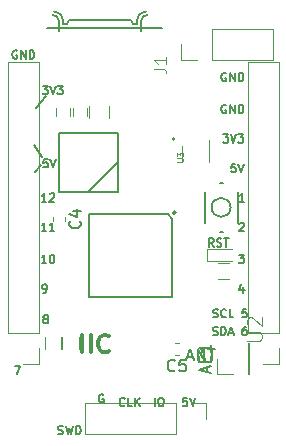
<source format=gbr>
G04 #@! TF.GenerationSoftware,KiCad,Pcbnew,5.1.2-f72e74a~84~ubuntu18.04.1*
G04 #@! TF.CreationDate,2019-05-09T21:41:37-06:00*
G04 #@! TF.ProjectId,rfboard,7266626f-6172-4642-9e6b-696361645f70,rev?*
G04 #@! TF.SameCoordinates,Original*
G04 #@! TF.FileFunction,Legend,Top*
G04 #@! TF.FilePolarity,Positive*
%FSLAX46Y46*%
G04 Gerber Fmt 4.6, Leading zero omitted, Abs format (unit mm)*
G04 Created by KiCad (PCBNEW 5.1.2-f72e74a~84~ubuntu18.04.1) date 2019-05-09 21:41:37*
%MOMM*%
%LPD*%
G04 APERTURE LIST*
%ADD10C,0.300000*%
%ADD11C,0.175000*%
%ADD12C,0.150000*%
%ADD13C,0.200000*%
%ADD14C,0.127000*%
%ADD15C,0.203200*%
%ADD16C,0.120000*%
%ADD17C,0.100000*%
%ADD18C,0.050000*%
%ADD19C,0.101600*%
G04 APERTURE END LIST*
D10*
X112492857Y-155278571D02*
X112492857Y-153778571D01*
X113207142Y-155278571D02*
X113207142Y-153778571D01*
X114778571Y-155135714D02*
X114707142Y-155207142D01*
X114492857Y-155278571D01*
X114350000Y-155278571D01*
X114135714Y-155207142D01*
X113992857Y-155064285D01*
X113921428Y-154921428D01*
X113850000Y-154635714D01*
X113850000Y-154421428D01*
X113921428Y-154135714D01*
X113992857Y-153992857D01*
X114135714Y-153850000D01*
X114350000Y-153778571D01*
X114492857Y-153778571D01*
X114707142Y-153850000D01*
X114778571Y-153921428D01*
D11*
X114283333Y-158850000D02*
X114216666Y-158816666D01*
X114116666Y-158816666D01*
X114016666Y-158850000D01*
X113950000Y-158916666D01*
X113916666Y-158983333D01*
X113883333Y-159116666D01*
X113883333Y-159216666D01*
X113916666Y-159350000D01*
X113950000Y-159416666D01*
X114016666Y-159483333D01*
X114116666Y-159516666D01*
X114183333Y-159516666D01*
X114283333Y-159483333D01*
X114316666Y-159450000D01*
X114316666Y-159216666D01*
X114183333Y-159216666D01*
D12*
X116083333Y-159750000D02*
X116050000Y-159783333D01*
X115950000Y-159816666D01*
X115883333Y-159816666D01*
X115783333Y-159783333D01*
X115716666Y-159716666D01*
X115683333Y-159650000D01*
X115650000Y-159516666D01*
X115650000Y-159416666D01*
X115683333Y-159283333D01*
X115716666Y-159216666D01*
X115783333Y-159150000D01*
X115883333Y-159116666D01*
X115950000Y-159116666D01*
X116050000Y-159150000D01*
X116083333Y-159183333D01*
X116716666Y-159816666D02*
X116383333Y-159816666D01*
X116383333Y-159116666D01*
X116950000Y-159816666D02*
X116950000Y-159116666D01*
X117350000Y-159816666D02*
X117050000Y-159416666D01*
X117350000Y-159116666D02*
X116950000Y-159516666D01*
X123616666Y-146316666D02*
X123383333Y-145983333D01*
X123216666Y-146316666D02*
X123216666Y-145616666D01*
X123483333Y-145616666D01*
X123550000Y-145650000D01*
X123583333Y-145683333D01*
X123616666Y-145750000D01*
X123616666Y-145850000D01*
X123583333Y-145916666D01*
X123550000Y-145950000D01*
X123483333Y-145983333D01*
X123216666Y-145983333D01*
X123883333Y-146283333D02*
X123983333Y-146316666D01*
X124150000Y-146316666D01*
X124216666Y-146283333D01*
X124250000Y-146250000D01*
X124283333Y-146183333D01*
X124283333Y-146116666D01*
X124250000Y-146050000D01*
X124216666Y-146016666D01*
X124150000Y-145983333D01*
X124016666Y-145950000D01*
X123950000Y-145916666D01*
X123916666Y-145883333D01*
X123883333Y-145816666D01*
X123883333Y-145750000D01*
X123916666Y-145683333D01*
X123950000Y-145650000D01*
X124016666Y-145616666D01*
X124183333Y-145616666D01*
X124283333Y-145650000D01*
X124483333Y-145616666D02*
X124883333Y-145616666D01*
X124683333Y-146316666D02*
X124683333Y-145616666D01*
D11*
X109466666Y-142516666D02*
X109066666Y-142516666D01*
X109266666Y-142516666D02*
X109266666Y-141816666D01*
X109200000Y-141916666D01*
X109133333Y-141983333D01*
X109066666Y-142016666D01*
X109733333Y-141883333D02*
X109766666Y-141850000D01*
X109833333Y-141816666D01*
X110000000Y-141816666D01*
X110066666Y-141850000D01*
X110100000Y-141883333D01*
X110133333Y-141950000D01*
X110133333Y-142016666D01*
X110100000Y-142116666D01*
X109700000Y-142516666D01*
X110133333Y-142516666D01*
X109466666Y-145016666D02*
X109066666Y-145016666D01*
X109266666Y-145016666D02*
X109266666Y-144316666D01*
X109200000Y-144416666D01*
X109133333Y-144483333D01*
X109066666Y-144516666D01*
X110133333Y-145016666D02*
X109733333Y-145016666D01*
X109933333Y-145016666D02*
X109933333Y-144316666D01*
X109866666Y-144416666D01*
X109800000Y-144483333D01*
X109733333Y-144516666D01*
X109466666Y-147716666D02*
X109066666Y-147716666D01*
X109266666Y-147716666D02*
X109266666Y-147016666D01*
X109200000Y-147116666D01*
X109133333Y-147183333D01*
X109066666Y-147216666D01*
X109900000Y-147016666D02*
X109966666Y-147016666D01*
X110033333Y-147050000D01*
X110066666Y-147083333D01*
X110100000Y-147150000D01*
X110133333Y-147283333D01*
X110133333Y-147450000D01*
X110100000Y-147583333D01*
X110066666Y-147650000D01*
X110033333Y-147683333D01*
X109966666Y-147716666D01*
X109900000Y-147716666D01*
X109833333Y-147683333D01*
X109800000Y-147650000D01*
X109766666Y-147583333D01*
X109733333Y-147450000D01*
X109733333Y-147283333D01*
X109766666Y-147150000D01*
X109800000Y-147083333D01*
X109833333Y-147050000D01*
X109900000Y-147016666D01*
X109166666Y-150216666D02*
X109300000Y-150216666D01*
X109366666Y-150183333D01*
X109400000Y-150150000D01*
X109466666Y-150050000D01*
X109500000Y-149916666D01*
X109500000Y-149650000D01*
X109466666Y-149583333D01*
X109433333Y-149550000D01*
X109366666Y-149516666D01*
X109233333Y-149516666D01*
X109166666Y-149550000D01*
X109133333Y-149583333D01*
X109100000Y-149650000D01*
X109100000Y-149816666D01*
X109133333Y-149883333D01*
X109166666Y-149916666D01*
X109233333Y-149950000D01*
X109366666Y-149950000D01*
X109433333Y-149916666D01*
X109466666Y-149883333D01*
X109500000Y-149816666D01*
X109333333Y-152416666D02*
X109266666Y-152383333D01*
X109233333Y-152350000D01*
X109200000Y-152283333D01*
X109200000Y-152250000D01*
X109233333Y-152183333D01*
X109266666Y-152150000D01*
X109333333Y-152116666D01*
X109466666Y-152116666D01*
X109533333Y-152150000D01*
X109566666Y-152183333D01*
X109600000Y-152250000D01*
X109600000Y-152283333D01*
X109566666Y-152350000D01*
X109533333Y-152383333D01*
X109466666Y-152416666D01*
X109333333Y-152416666D01*
X109266666Y-152450000D01*
X109233333Y-152483333D01*
X109200000Y-152550000D01*
X109200000Y-152683333D01*
X109233333Y-152750000D01*
X109266666Y-152783333D01*
X109333333Y-152816666D01*
X109466666Y-152816666D01*
X109533333Y-152783333D01*
X109566666Y-152750000D01*
X109600000Y-152683333D01*
X109600000Y-152550000D01*
X109566666Y-152483333D01*
X109533333Y-152450000D01*
X109466666Y-152416666D01*
X106766666Y-156416666D02*
X107233333Y-156416666D01*
X106933333Y-157116666D01*
D13*
X109000000Y-139400000D02*
X108500000Y-140000000D01*
X108400000Y-137700000D02*
X109100000Y-138700000D01*
X109400000Y-133600000D02*
X108600000Y-134600000D01*
D12*
X124666666Y-134350000D02*
X124600000Y-134316666D01*
X124500000Y-134316666D01*
X124400000Y-134350000D01*
X124333333Y-134416666D01*
X124300000Y-134483333D01*
X124266666Y-134616666D01*
X124266666Y-134716666D01*
X124300000Y-134850000D01*
X124333333Y-134916666D01*
X124400000Y-134983333D01*
X124500000Y-135016666D01*
X124566666Y-135016666D01*
X124666666Y-134983333D01*
X124700000Y-134950000D01*
X124700000Y-134716666D01*
X124566666Y-134716666D01*
X125000000Y-135016666D02*
X125000000Y-134316666D01*
X125400000Y-135016666D01*
X125400000Y-134316666D01*
X125733333Y-135016666D02*
X125733333Y-134316666D01*
X125900000Y-134316666D01*
X126000000Y-134350000D01*
X126066666Y-134416666D01*
X126100000Y-134483333D01*
X126133333Y-134616666D01*
X126133333Y-134716666D01*
X126100000Y-134850000D01*
X126066666Y-134916666D01*
X126000000Y-134983333D01*
X125900000Y-135016666D01*
X125733333Y-135016666D01*
X123550000Y-153783333D02*
X123650000Y-153816666D01*
X123816666Y-153816666D01*
X123883333Y-153783333D01*
X123916666Y-153750000D01*
X123950000Y-153683333D01*
X123950000Y-153616666D01*
X123916666Y-153550000D01*
X123883333Y-153516666D01*
X123816666Y-153483333D01*
X123683333Y-153450000D01*
X123616666Y-153416666D01*
X123583333Y-153383333D01*
X123550000Y-153316666D01*
X123550000Y-153250000D01*
X123583333Y-153183333D01*
X123616666Y-153150000D01*
X123683333Y-153116666D01*
X123850000Y-153116666D01*
X123950000Y-153150000D01*
X124250000Y-153816666D02*
X124250000Y-153116666D01*
X124416666Y-153116666D01*
X124516666Y-153150000D01*
X124583333Y-153216666D01*
X124616666Y-153283333D01*
X124650000Y-153416666D01*
X124650000Y-153516666D01*
X124616666Y-153650000D01*
X124583333Y-153716666D01*
X124516666Y-153783333D01*
X124416666Y-153816666D01*
X124250000Y-153816666D01*
X124916666Y-153616666D02*
X125250000Y-153616666D01*
X124850000Y-153816666D02*
X125083333Y-153116666D01*
X125316666Y-153816666D01*
X126383333Y-153116666D02*
X126250000Y-153116666D01*
X126183333Y-153150000D01*
X126150000Y-153183333D01*
X126083333Y-153283333D01*
X126050000Y-153416666D01*
X126050000Y-153683333D01*
X126083333Y-153750000D01*
X126116666Y-153783333D01*
X126183333Y-153816666D01*
X126316666Y-153816666D01*
X126383333Y-153783333D01*
X126416666Y-153750000D01*
X126450000Y-153683333D01*
X126450000Y-153516666D01*
X126416666Y-153450000D01*
X126383333Y-153416666D01*
X126316666Y-153383333D01*
X126183333Y-153383333D01*
X126116666Y-153416666D01*
X126083333Y-153450000D01*
X126050000Y-153516666D01*
X123566666Y-152283333D02*
X123666666Y-152316666D01*
X123833333Y-152316666D01*
X123900000Y-152283333D01*
X123933333Y-152250000D01*
X123966666Y-152183333D01*
X123966666Y-152116666D01*
X123933333Y-152050000D01*
X123900000Y-152016666D01*
X123833333Y-151983333D01*
X123700000Y-151950000D01*
X123633333Y-151916666D01*
X123600000Y-151883333D01*
X123566666Y-151816666D01*
X123566666Y-151750000D01*
X123600000Y-151683333D01*
X123633333Y-151650000D01*
X123700000Y-151616666D01*
X123866666Y-151616666D01*
X123966666Y-151650000D01*
X124666666Y-152250000D02*
X124633333Y-152283333D01*
X124533333Y-152316666D01*
X124466666Y-152316666D01*
X124366666Y-152283333D01*
X124300000Y-152216666D01*
X124266666Y-152150000D01*
X124233333Y-152016666D01*
X124233333Y-151916666D01*
X124266666Y-151783333D01*
X124300000Y-151716666D01*
X124366666Y-151650000D01*
X124466666Y-151616666D01*
X124533333Y-151616666D01*
X124633333Y-151650000D01*
X124666666Y-151683333D01*
X125300000Y-152316666D02*
X124966666Y-152316666D01*
X124966666Y-151616666D01*
X126400000Y-151616666D02*
X126066666Y-151616666D01*
X126033333Y-151950000D01*
X126066666Y-151916666D01*
X126133333Y-151883333D01*
X126300000Y-151883333D01*
X126366666Y-151916666D01*
X126400000Y-151950000D01*
X126433333Y-152016666D01*
X126433333Y-152183333D01*
X126400000Y-152250000D01*
X126366666Y-152283333D01*
X126300000Y-152316666D01*
X126133333Y-152316666D01*
X126066666Y-152283333D01*
X126033333Y-152250000D01*
X126133333Y-149750000D02*
X126133333Y-150216666D01*
X125966666Y-149483333D02*
X125800000Y-149983333D01*
X126233333Y-149983333D01*
X125766666Y-147016666D02*
X126200000Y-147016666D01*
X125966666Y-147283333D01*
X126066666Y-147283333D01*
X126133333Y-147316666D01*
X126166666Y-147350000D01*
X126200000Y-147416666D01*
X126200000Y-147583333D01*
X126166666Y-147650000D01*
X126133333Y-147683333D01*
X126066666Y-147716666D01*
X125866666Y-147716666D01*
X125800000Y-147683333D01*
X125766666Y-147650000D01*
X125800000Y-144383333D02*
X125833333Y-144350000D01*
X125900000Y-144316666D01*
X126066666Y-144316666D01*
X126133333Y-144350000D01*
X126166666Y-144383333D01*
X126200000Y-144450000D01*
X126200000Y-144516666D01*
X126166666Y-144616666D01*
X125766666Y-145016666D01*
X126200000Y-145016666D01*
X126200000Y-142516666D02*
X125800000Y-142516666D01*
X126000000Y-142516666D02*
X126000000Y-141816666D01*
X125933333Y-141916666D01*
X125866666Y-141983333D01*
X125800000Y-142016666D01*
D11*
X110450000Y-162183333D02*
X110550000Y-162216666D01*
X110716666Y-162216666D01*
X110783333Y-162183333D01*
X110816666Y-162150000D01*
X110850000Y-162083333D01*
X110850000Y-162016666D01*
X110816666Y-161950000D01*
X110783333Y-161916666D01*
X110716666Y-161883333D01*
X110583333Y-161850000D01*
X110516666Y-161816666D01*
X110483333Y-161783333D01*
X110450000Y-161716666D01*
X110450000Y-161650000D01*
X110483333Y-161583333D01*
X110516666Y-161550000D01*
X110583333Y-161516666D01*
X110750000Y-161516666D01*
X110850000Y-161550000D01*
X111083333Y-161516666D02*
X111250000Y-162216666D01*
X111383333Y-161716666D01*
X111516666Y-162216666D01*
X111683333Y-161516666D01*
X111950000Y-162216666D02*
X111950000Y-161516666D01*
X112116666Y-161516666D01*
X112216666Y-161550000D01*
X112283333Y-161616666D01*
X112316666Y-161683333D01*
X112350000Y-161816666D01*
X112350000Y-161916666D01*
X112316666Y-162050000D01*
X112283333Y-162116666D01*
X112216666Y-162183333D01*
X112116666Y-162216666D01*
X111950000Y-162216666D01*
D12*
X121366666Y-159116666D02*
X121033333Y-159116666D01*
X121000000Y-159450000D01*
X121033333Y-159416666D01*
X121100000Y-159383333D01*
X121266666Y-159383333D01*
X121333333Y-159416666D01*
X121366666Y-159450000D01*
X121400000Y-159516666D01*
X121400000Y-159683333D01*
X121366666Y-159750000D01*
X121333333Y-159783333D01*
X121266666Y-159816666D01*
X121100000Y-159816666D01*
X121033333Y-159783333D01*
X121000000Y-159750000D01*
X121600000Y-159116666D02*
X121833333Y-159816666D01*
X122066666Y-159116666D01*
X118633333Y-159816666D02*
X118633333Y-159116666D01*
X119100000Y-159116666D02*
X119233333Y-159116666D01*
X119300000Y-159150000D01*
X119366666Y-159216666D01*
X119400000Y-159350000D01*
X119400000Y-159583333D01*
X119366666Y-159716666D01*
X119300000Y-159783333D01*
X119233333Y-159816666D01*
X119100000Y-159816666D01*
X119033333Y-159783333D01*
X118966666Y-159716666D01*
X118933333Y-159583333D01*
X118933333Y-159350000D01*
X118966666Y-159216666D01*
X119033333Y-159150000D01*
X119100000Y-159116666D01*
D13*
X121357142Y-155666666D02*
X121833333Y-155666666D01*
X121261904Y-155952380D02*
X121595238Y-154952380D01*
X121928571Y-155952380D01*
X122261904Y-155952380D02*
X122261904Y-154952380D01*
X122833333Y-155952380D01*
X122833333Y-154952380D01*
X123166666Y-154952380D02*
X123738095Y-154952380D01*
X123452380Y-155952380D02*
X123452380Y-154952380D01*
D12*
X109566666Y-138916666D02*
X109233333Y-138916666D01*
X109200000Y-139250000D01*
X109233333Y-139216666D01*
X109300000Y-139183333D01*
X109466666Y-139183333D01*
X109533333Y-139216666D01*
X109566666Y-139250000D01*
X109600000Y-139316666D01*
X109600000Y-139483333D01*
X109566666Y-139550000D01*
X109533333Y-139583333D01*
X109466666Y-139616666D01*
X109300000Y-139616666D01*
X109233333Y-139583333D01*
X109200000Y-139550000D01*
X109800000Y-138916666D02*
X110033333Y-139616666D01*
X110266666Y-138916666D01*
X109133333Y-132716666D02*
X109566666Y-132716666D01*
X109333333Y-132983333D01*
X109433333Y-132983333D01*
X109500000Y-133016666D01*
X109533333Y-133050000D01*
X109566666Y-133116666D01*
X109566666Y-133283333D01*
X109533333Y-133350000D01*
X109500000Y-133383333D01*
X109433333Y-133416666D01*
X109233333Y-133416666D01*
X109166666Y-133383333D01*
X109133333Y-133350000D01*
X109766666Y-132716666D02*
X110000000Y-133416666D01*
X110233333Y-132716666D01*
X110400000Y-132716666D02*
X110833333Y-132716666D01*
X110600000Y-132983333D01*
X110700000Y-132983333D01*
X110766666Y-133016666D01*
X110800000Y-133050000D01*
X110833333Y-133116666D01*
X110833333Y-133283333D01*
X110800000Y-133350000D01*
X110766666Y-133383333D01*
X110700000Y-133416666D01*
X110500000Y-133416666D01*
X110433333Y-133383333D01*
X110400000Y-133350000D01*
X106966666Y-129750000D02*
X106900000Y-129716666D01*
X106800000Y-129716666D01*
X106700000Y-129750000D01*
X106633333Y-129816666D01*
X106600000Y-129883333D01*
X106566666Y-130016666D01*
X106566666Y-130116666D01*
X106600000Y-130250000D01*
X106633333Y-130316666D01*
X106700000Y-130383333D01*
X106800000Y-130416666D01*
X106866666Y-130416666D01*
X106966666Y-130383333D01*
X107000000Y-130350000D01*
X107000000Y-130116666D01*
X106866666Y-130116666D01*
X107300000Y-130416666D02*
X107300000Y-129716666D01*
X107700000Y-130416666D01*
X107700000Y-129716666D01*
X108033333Y-130416666D02*
X108033333Y-129716666D01*
X108200000Y-129716666D01*
X108300000Y-129750000D01*
X108366666Y-129816666D01*
X108400000Y-129883333D01*
X108433333Y-130016666D01*
X108433333Y-130116666D01*
X108400000Y-130250000D01*
X108366666Y-130316666D01*
X108300000Y-130383333D01*
X108200000Y-130416666D01*
X108033333Y-130416666D01*
X125466666Y-139316666D02*
X125133333Y-139316666D01*
X125100000Y-139650000D01*
X125133333Y-139616666D01*
X125200000Y-139583333D01*
X125366666Y-139583333D01*
X125433333Y-139616666D01*
X125466666Y-139650000D01*
X125500000Y-139716666D01*
X125500000Y-139883333D01*
X125466666Y-139950000D01*
X125433333Y-139983333D01*
X125366666Y-140016666D01*
X125200000Y-140016666D01*
X125133333Y-139983333D01*
X125100000Y-139950000D01*
X125700000Y-139316666D02*
X125933333Y-140016666D01*
X126166666Y-139316666D01*
X124433333Y-136816666D02*
X124866666Y-136816666D01*
X124633333Y-137083333D01*
X124733333Y-137083333D01*
X124800000Y-137116666D01*
X124833333Y-137150000D01*
X124866666Y-137216666D01*
X124866666Y-137383333D01*
X124833333Y-137450000D01*
X124800000Y-137483333D01*
X124733333Y-137516666D01*
X124533333Y-137516666D01*
X124466666Y-137483333D01*
X124433333Y-137450000D01*
X125066666Y-136816666D02*
X125300000Y-137516666D01*
X125533333Y-136816666D01*
X125700000Y-136816666D02*
X126133333Y-136816666D01*
X125900000Y-137083333D01*
X126000000Y-137083333D01*
X126066666Y-137116666D01*
X126100000Y-137150000D01*
X126133333Y-137216666D01*
X126133333Y-137383333D01*
X126100000Y-137450000D01*
X126066666Y-137483333D01*
X126000000Y-137516666D01*
X125800000Y-137516666D01*
X125733333Y-137483333D01*
X125700000Y-137450000D01*
X124666666Y-131650000D02*
X124600000Y-131616666D01*
X124500000Y-131616666D01*
X124400000Y-131650000D01*
X124333333Y-131716666D01*
X124300000Y-131783333D01*
X124266666Y-131916666D01*
X124266666Y-132016666D01*
X124300000Y-132150000D01*
X124333333Y-132216666D01*
X124400000Y-132283333D01*
X124500000Y-132316666D01*
X124566666Y-132316666D01*
X124666666Y-132283333D01*
X124700000Y-132250000D01*
X124700000Y-132016666D01*
X124566666Y-132016666D01*
X125000000Y-132316666D02*
X125000000Y-131616666D01*
X125400000Y-132316666D01*
X125400000Y-131616666D01*
X125733333Y-132316666D02*
X125733333Y-131616666D01*
X125900000Y-131616666D01*
X126000000Y-131650000D01*
X126066666Y-131716666D01*
X126100000Y-131783333D01*
X126133333Y-131916666D01*
X126133333Y-132016666D01*
X126100000Y-132150000D01*
X126066666Y-132216666D01*
X126000000Y-132283333D01*
X125900000Y-132316666D01*
X125733333Y-132316666D01*
D14*
X110500640Y-136698300D02*
X110500640Y-141697020D01*
X110500640Y-141697020D02*
X115499360Y-141697020D01*
X115499360Y-141697020D02*
X115499360Y-136698300D01*
X115499360Y-136698300D02*
X110500640Y-136698300D01*
D15*
X115500000Y-139197660D02*
X113000000Y-141697660D01*
D16*
X123100000Y-146500000D02*
X123100000Y-147500000D01*
X123100000Y-147500000D02*
X125200000Y-147500000D01*
X123100000Y-146500000D02*
X125200000Y-146500000D01*
D14*
X117500000Y-128050000D02*
X117500000Y-127200000D01*
X117500000Y-127200000D02*
X117500000Y-127150000D01*
X110500000Y-128050000D02*
X110500000Y-127150000D01*
X119250000Y-127850000D02*
X109500000Y-127850000D01*
X117500000Y-127200000D02*
G75*
G02X118000000Y-126700000I500000J0D01*
G01*
X117900000Y-126400000D02*
G75*
G03X117100000Y-127200000I0J-800000D01*
G01*
X117100000Y-127200000D02*
X117100000Y-127500000D01*
X117100000Y-127500000D02*
X116800000Y-127500000D01*
X116800000Y-127500000D02*
G75*
G03X116400000Y-127100000I-400000J0D01*
G01*
X110500000Y-128050000D02*
X110500000Y-127200000D01*
X110500000Y-127200000D02*
X110500000Y-127150000D01*
X110500000Y-127200000D02*
G75*
G03X110000000Y-126700000I-500000J0D01*
G01*
X110100000Y-126400000D02*
G75*
G02X110900000Y-127200000I0J-800000D01*
G01*
X110900000Y-127200000D02*
X110900000Y-127500000D01*
X110900000Y-127500000D02*
X111200000Y-127500000D01*
X111200000Y-127500000D02*
G75*
G02X111600000Y-127100000I400000J0D01*
G01*
X116400000Y-127100000D02*
X111700000Y-127100000D01*
D15*
X120103880Y-150603880D02*
X113098560Y-150603880D01*
X113098560Y-150603880D02*
X113098560Y-143598560D01*
X113098560Y-143598560D02*
X119750820Y-143598560D01*
X120103880Y-143951620D02*
X120103880Y-150603880D01*
X120103880Y-143951620D02*
X119750820Y-143598560D01*
X120436620Y-143443620D02*
G75*
G03X120436620Y-143443620I-152400J0D01*
G01*
D17*
X120330000Y-137200000D02*
G75*
G03X120330000Y-137200000I-130000J0D01*
G01*
D16*
X111500000Y-134550000D02*
X111500000Y-135250000D01*
X110300000Y-135250000D02*
X110300000Y-134550000D01*
X112900000Y-134550000D02*
X112900000Y-135250000D01*
X111700000Y-135250000D02*
X111700000Y-134550000D01*
X113050000Y-134400000D02*
X113050000Y-135400000D01*
X114750000Y-135400000D02*
X114750000Y-134400000D01*
X108830000Y-130710000D02*
X106170000Y-130710000D01*
X108830000Y-153630000D02*
X108830000Y-130710000D01*
X106170000Y-153630000D02*
X106170000Y-130710000D01*
X108830000Y-153630000D02*
X106170000Y-153630000D01*
X108830000Y-154900000D02*
X108830000Y-156230000D01*
X108830000Y-156230000D02*
X107500000Y-156230000D01*
X129150000Y-130710000D02*
X126490000Y-130710000D01*
X129150000Y-153630000D02*
X129150000Y-130710000D01*
X126490000Y-153630000D02*
X126490000Y-130710000D01*
X129150000Y-153630000D02*
X126490000Y-153630000D01*
X129150000Y-154900000D02*
X129150000Y-156230000D01*
X129150000Y-156230000D02*
X127820000Y-156230000D01*
X128630000Y-130530000D02*
X128630000Y-127870000D01*
X123490000Y-130530000D02*
X128630000Y-130530000D01*
X123490000Y-127870000D02*
X128630000Y-127870000D01*
X123490000Y-130530000D02*
X123490000Y-127870000D01*
X122220000Y-130530000D02*
X120890000Y-130530000D01*
X120890000Y-130530000D02*
X120890000Y-129200000D01*
X112730000Y-159570000D02*
X112730000Y-162230000D01*
X120410000Y-159570000D02*
X112730000Y-159570000D01*
X120410000Y-162230000D02*
X112730000Y-162230000D01*
X120410000Y-159570000D02*
X120410000Y-162230000D01*
X121680000Y-159570000D02*
X123010000Y-159570000D01*
X123010000Y-159570000D02*
X123010000Y-160900000D01*
X123950000Y-147720000D02*
X124950000Y-147720000D01*
X124950000Y-149080000D02*
X123950000Y-149080000D01*
X123260000Y-139200000D02*
X123260000Y-137300000D01*
X120940000Y-137800000D02*
X120940000Y-139200000D01*
D15*
X122850460Y-144336040D02*
X122850460Y-141663960D01*
X125649540Y-141663960D02*
X125649540Y-144336040D01*
X124379540Y-140901960D02*
X124120460Y-140901960D01*
X124120460Y-145098040D02*
X124379540Y-145098040D01*
D14*
X125052640Y-143000000D02*
G75*
G03X125052640Y-143000000I-802640J0D01*
G01*
D16*
X109320000Y-155000000D02*
X109320000Y-154000000D01*
X110680000Y-154000000D02*
X110680000Y-155000000D01*
X110820000Y-155000000D02*
X110820000Y-154000000D01*
X112180000Y-154000000D02*
X112180000Y-155000000D01*
X126580000Y-157130000D02*
X126580000Y-154470000D01*
X126520000Y-157130000D02*
X126580000Y-157130000D01*
X126520000Y-154470000D02*
X126580000Y-154470000D01*
X126520000Y-157130000D02*
X126520000Y-154470000D01*
X125250000Y-157130000D02*
X123920000Y-157130000D01*
X123920000Y-157130000D02*
X123920000Y-155800000D01*
X111010000Y-143837221D02*
X111010000Y-144162779D01*
X109990000Y-143837221D02*
X109990000Y-144162779D01*
X120662779Y-154490000D02*
X120337221Y-154490000D01*
X120662779Y-155510000D02*
X120337221Y-155510000D01*
D18*
X118595160Y-131276690D02*
X119310660Y-131276690D01*
X119453760Y-131324390D01*
X119549160Y-131419790D01*
X119596860Y-131562890D01*
X119596860Y-131658290D01*
X119596860Y-130274990D02*
X119596860Y-130847390D01*
X119596860Y-130561190D02*
X118595160Y-130561190D01*
X118738260Y-130656590D01*
X118833660Y-130751990D01*
X118881360Y-130847390D01*
X120549941Y-139135936D02*
X120940200Y-139135936D01*
X120986113Y-139112980D01*
X121009069Y-139090024D01*
X121032026Y-139044111D01*
X121032026Y-138952285D01*
X121009069Y-138906372D01*
X120986113Y-138883416D01*
X120940200Y-138860459D01*
X120549941Y-138860459D01*
X120549941Y-138676808D02*
X120549941Y-138378374D01*
X120733592Y-138539069D01*
X120733592Y-138470200D01*
X120756548Y-138424287D01*
X120779505Y-138401331D01*
X120825418Y-138378374D01*
X120940200Y-138378374D01*
X120986113Y-138401331D01*
X121009069Y-138424287D01*
X121032026Y-138470200D01*
X121032026Y-138607939D01*
X121009069Y-138653851D01*
X120986113Y-138676808D01*
D12*
X123086666Y-156966666D02*
X123086666Y-156490476D01*
X123372380Y-157061904D02*
X122372380Y-156728571D01*
X123372380Y-156395238D01*
X122848571Y-156061904D02*
X122848571Y-155728571D01*
X123372380Y-155585714D02*
X123372380Y-156061904D01*
X122372380Y-156061904D01*
X122372380Y-155585714D01*
X123372380Y-154633333D02*
X123372380Y-155204761D01*
X123372380Y-154919047D02*
X122372380Y-154919047D01*
X122515238Y-155014285D01*
X122610476Y-155109523D01*
X122658095Y-155204761D01*
X112287142Y-144166666D02*
X112334761Y-144214285D01*
X112382380Y-144357142D01*
X112382380Y-144452380D01*
X112334761Y-144595238D01*
X112239523Y-144690476D01*
X112144285Y-144738095D01*
X111953809Y-144785714D01*
X111810952Y-144785714D01*
X111620476Y-144738095D01*
X111525238Y-144690476D01*
X111430000Y-144595238D01*
X111382380Y-144452380D01*
X111382380Y-144357142D01*
X111430000Y-144214285D01*
X111477619Y-144166666D01*
X111715714Y-143309523D02*
X112382380Y-143309523D01*
X111334761Y-143547619D02*
X112049047Y-143785714D01*
X112049047Y-143166666D01*
X120333333Y-156787142D02*
X120285714Y-156834761D01*
X120142857Y-156882380D01*
X120047619Y-156882380D01*
X119904761Y-156834761D01*
X119809523Y-156739523D01*
X119761904Y-156644285D01*
X119714285Y-156453809D01*
X119714285Y-156310952D01*
X119761904Y-156120476D01*
X119809523Y-156025238D01*
X119904761Y-155930000D01*
X120047619Y-155882380D01*
X120142857Y-155882380D01*
X120285714Y-155930000D01*
X120333333Y-155977619D01*
X121238095Y-155882380D02*
X120761904Y-155882380D01*
X120714285Y-156358571D01*
X120761904Y-156310952D01*
X120857142Y-156263333D01*
X121095238Y-156263333D01*
X121190476Y-156310952D01*
X121238095Y-156358571D01*
X121285714Y-156453809D01*
X121285714Y-156691904D01*
X121238095Y-156787142D01*
X121190476Y-156834761D01*
X121095238Y-156882380D01*
X120857142Y-156882380D01*
X120761904Y-156834761D01*
X120714285Y-156787142D01*
D19*
X126439263Y-154289919D02*
X127467359Y-154289919D01*
X127588311Y-154229442D01*
X127648787Y-154168966D01*
X127709263Y-154048014D01*
X127709263Y-153806109D01*
X127648787Y-153685157D01*
X127588311Y-153624680D01*
X127467359Y-153564204D01*
X126439263Y-153564204D01*
X126560216Y-153019919D02*
X126499740Y-152959442D01*
X126439263Y-152838490D01*
X126439263Y-152536109D01*
X126499740Y-152415157D01*
X126560216Y-152354680D01*
X126681168Y-152294204D01*
X126802120Y-152294204D01*
X126983549Y-152354680D01*
X127709263Y-153080395D01*
X127709263Y-152294204D01*
M02*

</source>
